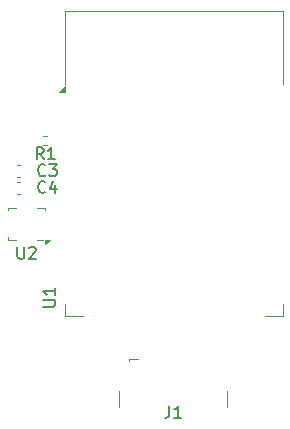
<source format=gbr>
%TF.GenerationSoftware,KiCad,Pcbnew,8.0.8-8.0.8-0~ubuntu24.04.1*%
%TF.CreationDate,2025-07-29T22:47:35-04:00*%
%TF.ProjectId,electronics,656c6563-7472-46f6-9e69-63732e6b6963,rev?*%
%TF.SameCoordinates,Original*%
%TF.FileFunction,Legend,Top*%
%TF.FilePolarity,Positive*%
%FSLAX46Y46*%
G04 Gerber Fmt 4.6, Leading zero omitted, Abs format (unit mm)*
G04 Created by KiCad (PCBNEW 8.0.8-8.0.8-0~ubuntu24.04.1) date 2025-07-29 22:47:35*
%MOMM*%
%LPD*%
G01*
G04 APERTURE LIST*
%ADD10C,0.150000*%
%ADD11C,0.100000*%
%ADD12C,0.120000*%
G04 APERTURE END LIST*
D10*
X129768095Y-91677319D02*
X129768095Y-92486842D01*
X129768095Y-92486842D02*
X129815714Y-92582080D01*
X129815714Y-92582080D02*
X129863333Y-92629700D01*
X129863333Y-92629700D02*
X129958571Y-92677319D01*
X129958571Y-92677319D02*
X130149047Y-92677319D01*
X130149047Y-92677319D02*
X130244285Y-92629700D01*
X130244285Y-92629700D02*
X130291904Y-92582080D01*
X130291904Y-92582080D02*
X130339523Y-92486842D01*
X130339523Y-92486842D02*
X130339523Y-91677319D01*
X130768095Y-91772557D02*
X130815714Y-91724938D01*
X130815714Y-91724938D02*
X130910952Y-91677319D01*
X130910952Y-91677319D02*
X131149047Y-91677319D01*
X131149047Y-91677319D02*
X131244285Y-91724938D01*
X131244285Y-91724938D02*
X131291904Y-91772557D01*
X131291904Y-91772557D02*
X131339523Y-91867795D01*
X131339523Y-91867795D02*
X131339523Y-91963033D01*
X131339523Y-91963033D02*
X131291904Y-92105890D01*
X131291904Y-92105890D02*
X130720476Y-92677319D01*
X130720476Y-92677319D02*
X131339523Y-92677319D01*
X132133333Y-87019580D02*
X132085714Y-87067200D01*
X132085714Y-87067200D02*
X131942857Y-87114819D01*
X131942857Y-87114819D02*
X131847619Y-87114819D01*
X131847619Y-87114819D02*
X131704762Y-87067200D01*
X131704762Y-87067200D02*
X131609524Y-86971961D01*
X131609524Y-86971961D02*
X131561905Y-86876723D01*
X131561905Y-86876723D02*
X131514286Y-86686247D01*
X131514286Y-86686247D02*
X131514286Y-86543390D01*
X131514286Y-86543390D02*
X131561905Y-86352914D01*
X131561905Y-86352914D02*
X131609524Y-86257676D01*
X131609524Y-86257676D02*
X131704762Y-86162438D01*
X131704762Y-86162438D02*
X131847619Y-86114819D01*
X131847619Y-86114819D02*
X131942857Y-86114819D01*
X131942857Y-86114819D02*
X132085714Y-86162438D01*
X132085714Y-86162438D02*
X132133333Y-86210057D01*
X132990476Y-86448152D02*
X132990476Y-87114819D01*
X132752381Y-86067200D02*
X132514286Y-86781485D01*
X132514286Y-86781485D02*
X133133333Y-86781485D01*
X131983333Y-84254819D02*
X131650000Y-83778628D01*
X131411905Y-84254819D02*
X131411905Y-83254819D01*
X131411905Y-83254819D02*
X131792857Y-83254819D01*
X131792857Y-83254819D02*
X131888095Y-83302438D01*
X131888095Y-83302438D02*
X131935714Y-83350057D01*
X131935714Y-83350057D02*
X131983333Y-83445295D01*
X131983333Y-83445295D02*
X131983333Y-83588152D01*
X131983333Y-83588152D02*
X131935714Y-83683390D01*
X131935714Y-83683390D02*
X131888095Y-83731009D01*
X131888095Y-83731009D02*
X131792857Y-83778628D01*
X131792857Y-83778628D02*
X131411905Y-83778628D01*
X132935714Y-84254819D02*
X132364286Y-84254819D01*
X132650000Y-84254819D02*
X132650000Y-83254819D01*
X132650000Y-83254819D02*
X132554762Y-83397676D01*
X132554762Y-83397676D02*
X132459524Y-83492914D01*
X132459524Y-83492914D02*
X132364286Y-83540533D01*
X142636666Y-105154819D02*
X142636666Y-105869104D01*
X142636666Y-105869104D02*
X142589047Y-106011961D01*
X142589047Y-106011961D02*
X142493809Y-106107200D01*
X142493809Y-106107200D02*
X142350952Y-106154819D01*
X142350952Y-106154819D02*
X142255714Y-106154819D01*
X143636666Y-106154819D02*
X143065238Y-106154819D01*
X143350952Y-106154819D02*
X143350952Y-105154819D01*
X143350952Y-105154819D02*
X143255714Y-105297676D01*
X143255714Y-105297676D02*
X143160476Y-105392914D01*
X143160476Y-105392914D02*
X143065238Y-105440533D01*
X131974819Y-96731904D02*
X132784342Y-96731904D01*
X132784342Y-96731904D02*
X132879580Y-96684285D01*
X132879580Y-96684285D02*
X132927200Y-96636666D01*
X132927200Y-96636666D02*
X132974819Y-96541428D01*
X132974819Y-96541428D02*
X132974819Y-96350952D01*
X132974819Y-96350952D02*
X132927200Y-96255714D01*
X132927200Y-96255714D02*
X132879580Y-96208095D01*
X132879580Y-96208095D02*
X132784342Y-96160476D01*
X132784342Y-96160476D02*
X131974819Y-96160476D01*
X132974819Y-95160476D02*
X132974819Y-95731904D01*
X132974819Y-95446190D02*
X131974819Y-95446190D01*
X131974819Y-95446190D02*
X132117676Y-95541428D01*
X132117676Y-95541428D02*
X132212914Y-95636666D01*
X132212914Y-95636666D02*
X132260533Y-95731904D01*
X132128333Y-85589580D02*
X132080714Y-85637200D01*
X132080714Y-85637200D02*
X131937857Y-85684819D01*
X131937857Y-85684819D02*
X131842619Y-85684819D01*
X131842619Y-85684819D02*
X131699762Y-85637200D01*
X131699762Y-85637200D02*
X131604524Y-85541961D01*
X131604524Y-85541961D02*
X131556905Y-85446723D01*
X131556905Y-85446723D02*
X131509286Y-85256247D01*
X131509286Y-85256247D02*
X131509286Y-85113390D01*
X131509286Y-85113390D02*
X131556905Y-84922914D01*
X131556905Y-84922914D02*
X131604524Y-84827676D01*
X131604524Y-84827676D02*
X131699762Y-84732438D01*
X131699762Y-84732438D02*
X131842619Y-84684819D01*
X131842619Y-84684819D02*
X131937857Y-84684819D01*
X131937857Y-84684819D02*
X132080714Y-84732438D01*
X132080714Y-84732438D02*
X132128333Y-84780057D01*
X132461667Y-84684819D02*
X133080714Y-84684819D01*
X133080714Y-84684819D02*
X132747381Y-85065771D01*
X132747381Y-85065771D02*
X132890238Y-85065771D01*
X132890238Y-85065771D02*
X132985476Y-85113390D01*
X132985476Y-85113390D02*
X133033095Y-85161009D01*
X133033095Y-85161009D02*
X133080714Y-85256247D01*
X133080714Y-85256247D02*
X133080714Y-85494342D01*
X133080714Y-85494342D02*
X133033095Y-85589580D01*
X133033095Y-85589580D02*
X132985476Y-85637200D01*
X132985476Y-85637200D02*
X132890238Y-85684819D01*
X132890238Y-85684819D02*
X132604524Y-85684819D01*
X132604524Y-85684819D02*
X132509286Y-85637200D01*
X132509286Y-85637200D02*
X132461667Y-85589580D01*
D11*
%TO.C,U2*%
X128930000Y-88372500D02*
X129650000Y-88372500D01*
X128930000Y-88592500D02*
X128930000Y-88372500D01*
X128930000Y-91072500D02*
X128930000Y-90852500D01*
X129650000Y-91072500D02*
X128930000Y-91072500D01*
X131930000Y-91072500D02*
X131410000Y-91072500D01*
X132130000Y-88372500D02*
X131410000Y-88372500D01*
X132130000Y-88372500D02*
X132130000Y-88592500D01*
X132130000Y-91432500D02*
X132130000Y-91072500D01*
X132490000Y-91072500D01*
X132130000Y-91432500D01*
G36*
X132130000Y-91432500D02*
G01*
X132130000Y-91072500D01*
X132490000Y-91072500D01*
X132130000Y-91432500D01*
G37*
D12*
%TO.C,C4*%
X130015580Y-86220000D02*
X129734420Y-86220000D01*
X130015580Y-87240000D02*
X129734420Y-87240000D01*
%TO.C,R1*%
X131966359Y-82250000D02*
X132273641Y-82250000D01*
X131966359Y-83010000D02*
X132273641Y-83010000D01*
%TO.C,J1*%
X138390000Y-105265000D02*
X138390000Y-103855000D01*
X139210000Y-101185000D02*
X139210000Y-101335000D01*
X140010000Y-101185000D02*
X139210000Y-101185000D01*
X147550000Y-105265000D02*
X147550000Y-103855000D01*
%TO.C,U1*%
X133820000Y-71670000D02*
X133820000Y-77870000D01*
X133820000Y-71670000D02*
X152220000Y-71670000D01*
X133820000Y-96520000D02*
X133820000Y-97520000D01*
X133820000Y-97520000D02*
X135320000Y-97520000D01*
X152220000Y-71670000D02*
X152220000Y-77870000D01*
X152220000Y-97520000D02*
X150720000Y-97520000D01*
X152220000Y-97520000D02*
X152220000Y-96520000D01*
X133820000Y-78545000D02*
X133320000Y-78545000D01*
X133820000Y-78045000D01*
X133820000Y-78545000D01*
G36*
X133820000Y-78545000D02*
G01*
X133320000Y-78545000D01*
X133820000Y-78045000D01*
X133820000Y-78545000D01*
G37*
%TO.C,C3*%
X129734420Y-84710000D02*
X130015580Y-84710000D01*
X129734420Y-85730000D02*
X130015580Y-85730000D01*
%TD*%
M02*

</source>
